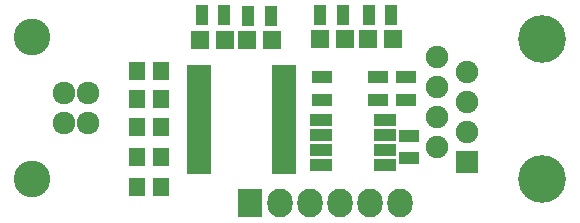
<source format=gts>
G04 #@! TF.FileFunction,Soldermask,Top*
%FSLAX46Y46*%
G04 Gerber Fmt 4.6, Leading zero omitted, Abs format (unit mm)*
G04 Created by KiCad (PCBNEW 4.0.2-stable) date Wednesday, June 22, 2016 'AMt' 12:13:01 AM*
%MOMM*%
G01*
G04 APERTURE LIST*
%ADD10C,0.100000*%
%ADD11R,1.400000X1.650000*%
%ADD12R,1.598880X1.598880*%
%ADD13C,4.049980*%
%ADD14R,1.901140X1.901140*%
%ADD15C,1.901140*%
%ADD16C,1.924000*%
%ADD17C,3.100020*%
%ADD18R,1.100000X1.700000*%
%ADD19R,1.700000X1.100000*%
%ADD20R,2.150000X0.850000*%
%ADD21R,1.950000X1.000000*%
%ADD22R,2.127200X2.432000*%
%ADD23O,2.127200X2.432000*%
G04 APERTURE END LIST*
D10*
D11*
X59521600Y-49885600D03*
X57521600Y-49885600D03*
X59521600Y-47345600D03*
X57521600Y-47345600D03*
X59521600Y-44805600D03*
X57521600Y-44805600D03*
X59547000Y-42418000D03*
X57547000Y-42418000D03*
X59547000Y-40005000D03*
X57547000Y-40005000D03*
D12*
X68930520Y-37401500D03*
X66832480Y-37401500D03*
X62895480Y-37401500D03*
X64993520Y-37401500D03*
D13*
X91846400Y-37343080D03*
X91846400Y-49212500D03*
D14*
X85496400Y-47726600D03*
D15*
X82956400Y-46456600D03*
X85496400Y-45186600D03*
X82956400Y-43916600D03*
X85496400Y-42646600D03*
X82956400Y-41376600D03*
X85496400Y-40106600D03*
X82956400Y-38836600D03*
D16*
X53340000Y-41910000D03*
X53340000Y-44450000D03*
X51341020Y-44450000D03*
X51341020Y-41910000D03*
D17*
X48641000Y-37180520D03*
X48641000Y-49179480D03*
D18*
X66931500Y-35369500D03*
X68831500Y-35369500D03*
X64894500Y-35306000D03*
X62994500Y-35306000D03*
D19*
X73215500Y-40579000D03*
X73215500Y-42479000D03*
X80581500Y-45532000D03*
X80581500Y-47432000D03*
D20*
X69995600Y-48370200D03*
X69995600Y-47720200D03*
X69995600Y-47070200D03*
X69995600Y-46420200D03*
X69995600Y-45770200D03*
X69995600Y-45120200D03*
X69995600Y-44470200D03*
X69995600Y-43820200D03*
X69995600Y-43170200D03*
X69995600Y-42520200D03*
X69995600Y-41870200D03*
X69995600Y-41220200D03*
X69995600Y-40570200D03*
X69995600Y-39920200D03*
X62795600Y-39920200D03*
X62795600Y-40570200D03*
X62795600Y-41220200D03*
X62795600Y-41870200D03*
X62795600Y-42520200D03*
X62795600Y-43170200D03*
X62795600Y-43820200D03*
X62795600Y-44470200D03*
X62795600Y-45120200D03*
X62795600Y-45770200D03*
X62795600Y-46420200D03*
X62795600Y-47070200D03*
X62795600Y-47720200D03*
X62795600Y-48370200D03*
D21*
X73119000Y-44196000D03*
X73119000Y-45466000D03*
X73119000Y-46736000D03*
X73119000Y-48006000D03*
X78519000Y-48006000D03*
X78519000Y-46736000D03*
X78519000Y-45466000D03*
X78519000Y-44196000D03*
D19*
X80264000Y-40579000D03*
X80264000Y-42479000D03*
D12*
X77119480Y-37338000D03*
X79217520Y-37338000D03*
X75090020Y-37338000D03*
X72991980Y-37338000D03*
D19*
X77914500Y-42479000D03*
X77914500Y-40579000D03*
D18*
X77155000Y-35306000D03*
X79055000Y-35306000D03*
D22*
X67119500Y-51244500D03*
D23*
X69659500Y-51244500D03*
X72199500Y-51244500D03*
X74739500Y-51244500D03*
X77279500Y-51244500D03*
X79819500Y-51244500D03*
D18*
X74927500Y-35306000D03*
X73027500Y-35306000D03*
M02*

</source>
